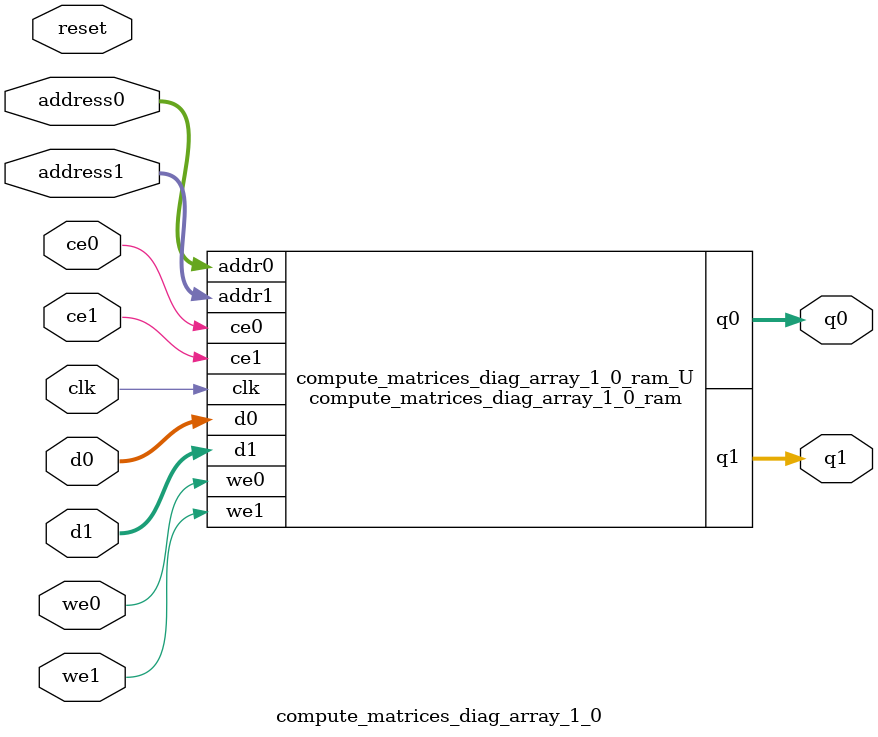
<source format=v>
`timescale 1 ns / 1 ps
module compute_matrices_diag_array_1_0_ram (addr0, ce0, d0, we0, q0, addr1, ce1, d1, we1, q1,  clk);

parameter DWIDTH = 16;
parameter AWIDTH = 3;
parameter MEM_SIZE = 5;

input[AWIDTH-1:0] addr0;
input ce0;
input[DWIDTH-1:0] d0;
input we0;
output reg[DWIDTH-1:0] q0;
input[AWIDTH-1:0] addr1;
input ce1;
input[DWIDTH-1:0] d1;
input we1;
output reg[DWIDTH-1:0] q1;
input clk;

(* ram_style = "block" *)reg [DWIDTH-1:0] ram[0:MEM_SIZE-1];




always @(posedge clk)  
begin 
    if (ce0) begin
        if (we0) 
            ram[addr0] <= d0; 
        q0 <= ram[addr0];
    end
end


always @(posedge clk)  
begin 
    if (ce1) begin
        if (we1) 
            ram[addr1] <= d1; 
        q1 <= ram[addr1];
    end
end


endmodule

`timescale 1 ns / 1 ps
module compute_matrices_diag_array_1_0(
    reset,
    clk,
    address0,
    ce0,
    we0,
    d0,
    q0,
    address1,
    ce1,
    we1,
    d1,
    q1);

parameter DataWidth = 32'd16;
parameter AddressRange = 32'd5;
parameter AddressWidth = 32'd3;
input reset;
input clk;
input[AddressWidth - 1:0] address0;
input ce0;
input we0;
input[DataWidth - 1:0] d0;
output[DataWidth - 1:0] q0;
input[AddressWidth - 1:0] address1;
input ce1;
input we1;
input[DataWidth - 1:0] d1;
output[DataWidth - 1:0] q1;



compute_matrices_diag_array_1_0_ram compute_matrices_diag_array_1_0_ram_U(
    .clk( clk ),
    .addr0( address0 ),
    .ce0( ce0 ),
    .we0( we0 ),
    .d0( d0 ),
    .q0( q0 ),
    .addr1( address1 ),
    .ce1( ce1 ),
    .we1( we1 ),
    .d1( d1 ),
    .q1( q1 ));

endmodule


</source>
